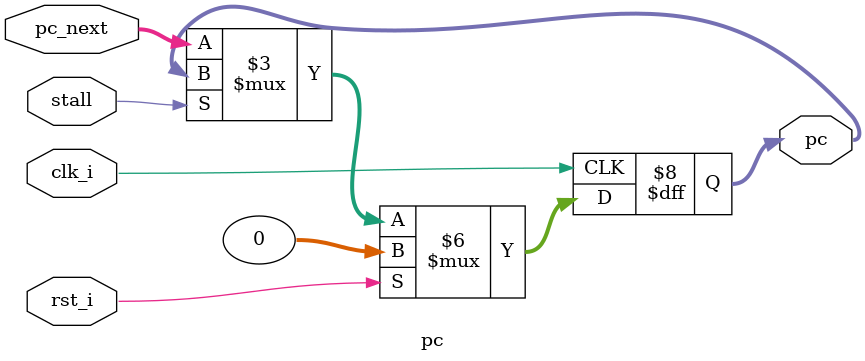
<source format=sv>

module pc #(
   parameter DW = 32
)(
   input  logic clk_i,
   input  logic rst_i,
   input  logic stall,

   input  logic [DW-1:0] pc_next,
   output logic [DW-1:0] pc
);

   always_ff @ (posedge clk_i) begin
      if (rst_i) begin
         pc <= 0;
      end else if (!stall) begin
         pc <= pc_next;
      end
   end
endmodule
</source>
